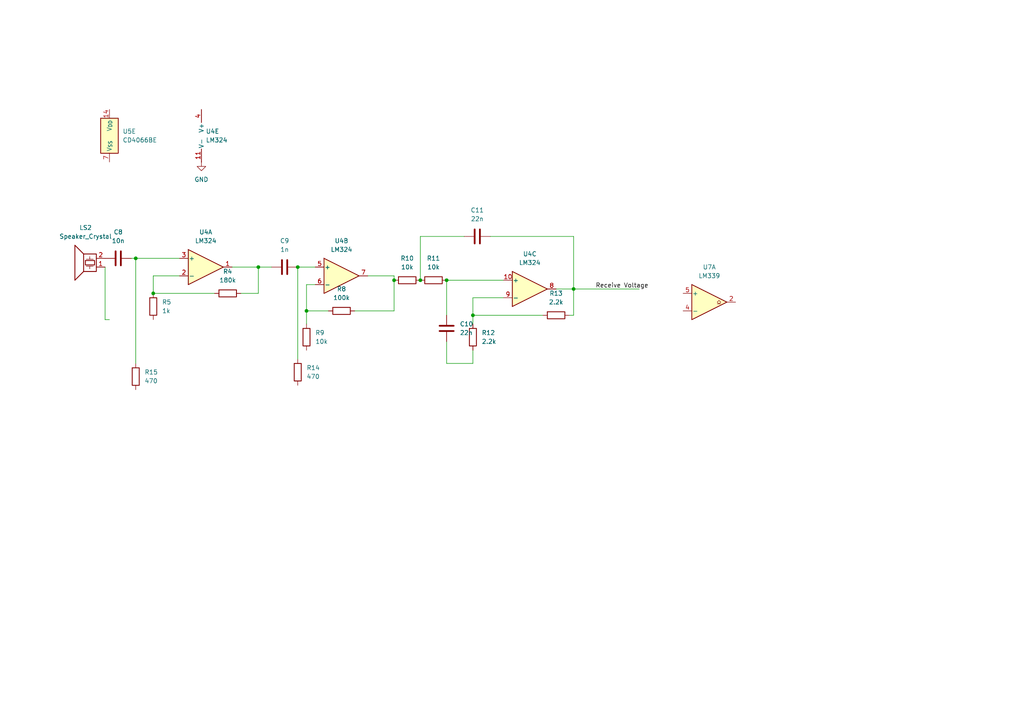
<source format=kicad_sch>
(kicad_sch (version 20231120) (generator "eeschema") (generator_version "8.0")
  (paper "A4")
  (title_block (title "ECSE 471 Lab 14") (date "2025-04-24") (company "CWRU") (comment 1 "Drawn By T.Cowles"))
  (lib_symbols
    (symbol "Amplifier_Operational:LM324" (pin_names (offset 0.127))
      (property "Reference" "U" (at 0 5.08 0))
      (property "Value" "LM324" (at 0 -5.08 0))
      (symbol "LM324_1_1"
        (polyline (pts (xy -5.08 5.08) (xy 5.08 0) (xy -5.08 -5.08) (xy -5.08 5.08)) (stroke (width 0.254)) (fill (type background)))
        (pin output line (at 7.62 0 180) (length 2.54) (name "~") (number "1"))
        (pin input line (at -7.62 -2.54 0) (length 2.54) (name "-") (number "2"))
        (pin input line (at -7.62 2.54 0) (length 2.54) (name "+") (number "3"))
      )
      (symbol "LM324_2_1"
        (polyline (pts (xy -5.08 5.08) (xy 5.08 0) (xy -5.08 -5.08) (xy -5.08 5.08)) (stroke (width 0.254)) (fill (type background)))
        (pin input line (at -7.62 2.54 0) (length 2.54) (name "+") (number "5"))
        (pin input line (at -7.62 -2.54 0) (length 2.54) (name "-") (number "6"))
        (pin output line (at 7.62 0 180) (length 2.54) (name "~") (number "7"))
      )
      (symbol "LM324_3_1"
        (polyline (pts (xy -5.08 5.08) (xy 5.08 0) (xy -5.08 -5.08) (xy -5.08 5.08)) (stroke (width 0.254)) (fill (type background)))
        (pin input line (at -7.62 2.54 0) (length 2.54) (name "+") (number "10"))
        (pin output line (at 7.62 0 180) (length 2.54) (name "~") (number "8"))
        (pin input line (at -7.62 -2.54 0) (length 2.54) (name "-") (number "9"))
      )
      (symbol "LM324_4_1"
        (polyline (pts (xy -5.08 5.08) (xy 5.08 0) (xy -5.08 -5.08) (xy -5.08 5.08)) (stroke (width 0.254)) (fill (type background)))
        (pin input line (at -7.62 2.54 0) (length 2.54) (name "+") (number "12"))
        (pin input line (at -7.62 -2.54 0) (length 2.54) (name "-") (number "13"))
        (pin output line (at 7.62 0 180) (length 2.54) (name "~") (number "14"))
      )
      (symbol "LM324_5_1"
        (pin power_in line (at -2.54 -7.62 90) (length 3.81) (name "V-") (number "11"))
        (pin power_in line (at -2.54 7.62 270) (length 3.81) (name "V+") (number "4"))
      )
    )
    (symbol "Analog_Switch:CD4066BE"
      (property "Reference" "U" (at -5.08 3.81 0))
      (property "Value" "CD4066BE" (at 7.62 3.81 0))
      (symbol "CD4066BE_1_1"
        (rectangle (start -3.81 2.54) (end 3.81 -2.54) (stroke (width 0.254)) (fill (type background)))
        (circle (center -2.159 0) (radius 0.508) (stroke (width 0.254)))
        (polyline (pts (xy -5.08 0) (xy -2.794 0)))
        (polyline (pts (xy -2.54 0.762) (xy 2.54 1.778)) (stroke (width 0.254)))
        (polyline (pts (xy 0 -2.54) (xy 0 -2.032)))
        (polyline (pts (xy 0 -1.778) (xy 0 -1.524)))
        (polyline (pts (xy 0 -1.27) (xy 0 -1.016)))
        (polyline (pts (xy 0 -0.762) (xy 0 -0.508)))
        (polyline (pts (xy 0 -0.254) (xy 0 0)))
        (polyline (pts (xy 0 0.254) (xy 0 0.508)))
        (polyline (pts (xy 0 0.762) (xy 0 1.016)))
        (polyline (pts (xy 5.08 0) (xy 2.794 0)))
        (circle (center 2.159 0) (radius 0.508) (stroke (width 0.254)))
        (pin bidirectional line (at -7.62 0 0) (length 2.54) (name "~") (number "1"))
        (pin input line (at 0 -5.08 90) (length 2.54) (name "~") (number "13"))
        (pin bidirectional line (at 7.62 0 180) (length 2.54) (name "~") (number "2"))
      )
      (symbol "CD4066BE_2_1"
        (rectangle (start -3.81 2.54) (end 3.81 -2.54) (stroke (width 0.254)) (fill (type background)))
        (circle (center -2.159 0) (radius 0.508) (stroke (width 0.254)))
        (polyline (pts (xy -5.08 0) (xy -2.794 0)))
        (polyline (pts (xy -2.54 0.762) (xy 2.54 1.778)) (stroke (width 0.254)))
        (polyline (pts (xy 0 -2.54) (xy 0 -2.032)))
        (polyline (pts (xy 0 -1.778) (xy 0 -1.524)))
        (polyline (pts (xy 0 -1.27) (xy 0 -1.016)))
        (polyline (pts (xy 0 -0.762) (xy 0 -0.508)))
        (polyline (pts (xy 0 -0.254) (xy 0 0)))
        (polyline (pts (xy 0 0.254) (xy 0 0.508)))
        (polyline (pts (xy 0 0.762) (xy 0 1.016)))
        (polyline (pts (xy 5.08 0) (xy 2.794 0)))
        (circle (center 2.159 0) (radius 0.508) (stroke (width 0.254)))
        (pin bidirectional line (at 7.62 0 180) (length 2.54) (name "~") (number "3"))
        (pin bidirectional line (at -7.62 0 0) (length 2.54) (name "~") (number "4"))
        (pin input line (at 0 -5.08 90) (length 2.54) (name "~") (number "5"))
      )
      (symbol "CD4066BE_3_1"
        (rectangle (start -3.81 2.54) (end 3.81 -2.54) (stroke (width 0.254)) (fill (type background)))
        (circle (center -2.159 0) (radius 0.508) (stroke (width 0.254)))
        (polyline (pts (xy -5.08 0) (xy -2.794 0)))
        (polyline (pts (xy -2.54 0.762) (xy 2.54 1.778)) (stroke (width 0.254)))
        (polyline (pts (xy 0 -2.54) (xy 0 -2.032)))
        (polyline (pts (xy 0 -1.778) (xy 0 -1.524)))
        (polyline (pts (xy 0 -1.27) (xy 0 -1.016)))
        (polyline (pts (xy 0 -0.762) (xy 0 -0.508)))
        (polyline (pts (xy 0 -0.254) (xy 0 0)))
        (polyline (pts (xy 0 0.254) (xy 0 0.508)))
        (polyline (pts (xy 0 0.762) (xy 0 1.016)))
        (polyline (pts (xy 5.08 0) (xy 2.794 0)))
        (circle (center 2.159 0) (radius 0.508) (stroke (width 0.254)))
        (pin input line (at 0 -5.08 90) (length 2.54) (name "~") (number "6"))
        (pin bidirectional line (at -7.62 0 0) (length 2.54) (name "~") (number "8"))
        (pin bidirectional line (at 7.62 0 180) (length 2.54) (name "~") (number "9"))
      )
      (symbol "CD4066BE_4_1"
        (rectangle (start -3.81 2.54) (end 3.81 -2.54) (stroke (width 0.254)) (fill (type background)))
        (circle (center -2.159 0) (radius 0.508) (stroke (width 0.254)))
        (polyline (pts (xy -5.08 0) (xy -2.794 0)))
        (polyline (pts (xy -2.54 0.762) (xy 2.54 1.778)) (stroke (width 0.254)))
        (polyline (pts (xy 0 -2.54) (xy 0 -2.032)))
        (polyline (pts (xy 0 -1.778) (xy 0 -1.524)))
        (polyline (pts (xy 0 -1.27) (xy 0 -1.016)))
        (polyline (pts (xy 0 -0.762) (xy 0 -0.508)))
        (polyline (pts (xy 0 -0.254) (xy 0 0)))
        (polyline (pts (xy 0 0.254) (xy 0 0.508)))
        (polyline (pts (xy 0 0.762) (xy 0 1.016)))
        (polyline (pts (xy 5.08 0) (xy 2.794 0)))
        (circle (center 2.159 0) (radius 0.508) (stroke (width 0.254)))
        (pin bidirectional line (at 7.62 0 180) (length 2.54) (name "~") (number "10"))
        (pin bidirectional line (at -7.62 0 0) (length 2.54) (name "~") (number "11"))
        (pin input line (at 0 -5.08 90) (length 2.54) (name "~") (number "12"))
      )
      (symbol "CD4066BE_5_1"
        (rectangle (start -2.54 5.08) (end 2.54 -5.08) (stroke (width 0.254)) (fill (type background)))
        (pin power_in line (at 0 7.62 270) (length 2.54) (name "V_{DD}") (number "14"))
        (pin power_in line (at 0 -7.62 90) (length 2.54) (name "V_{SS}") (number "7"))
      )
    )
    (symbol "Comparator:LM339" (pin_names (offset 0.127))
      (property "Reference" "U" (at 0 5.08 0))
      (property "Value" "LM339" (at 0 -5.08 0))
      (symbol "LM339_1_1"
        (polyline (pts (xy -5.08 5.08) (xy 5.08 0) (xy -5.08 -5.08) (xy -5.08 5.08)) (stroke (width 0.254)) (fill (type background)))
        (polyline (pts (xy 3.302 -0.508) (xy 2.794 -0.508) (xy 3.302 0) (xy 2.794 0.508) (xy 2.286 0) (xy 2.794 -0.508) (xy 2.286 -0.508)) (stroke (width 0.127)))
        (pin open_collector line (at 7.62 0 180) (length 2.54) (name "~") (number "2"))
        (pin input line (at -7.62 -2.54 0) (length 2.54) (name "-") (number "4"))
        (pin input line (at -7.62 2.54 0) (length 2.54) (name "+") (number "5"))
      )
      (symbol "LM339_2_1"
        (polyline (pts (xy -5.08 5.08) (xy 5.08 0) (xy -5.08 -5.08) (xy -5.08 5.08)) (stroke (width 0.254)) (fill (type background)))
        (polyline (pts (xy 3.302 -0.508) (xy 2.794 -0.508) (xy 3.302 0) (xy 2.794 0.508) (xy 2.286 0) (xy 2.794 -0.508) (xy 2.286 -0.508)) (stroke (width 0.127)))
        (pin open_collector line (at 7.62 0 180) (length 2.54) (name "~") (number "1"))
        (pin input line (at -7.62 -2.54 0) (length 2.54) (name "-") (number "6"))
        (pin input line (at -7.62 2.54 0) (length 2.54) (name "+") (number "7"))
      )
      (symbol "LM339_3_1"
        (polyline (pts (xy -5.08 5.08) (xy 5.08 0) (xy -5.08 -5.08) (xy -5.08 5.08)) (stroke (width 0.254)) (fill (type background)))
        (polyline (pts (xy 3.302 -0.508) (xy 2.794 -0.508) (xy 3.302 0) (xy 2.794 0.508) (xy 2.286 0) (xy 2.794 -0.508) (xy 2.286 -0.508)) (stroke (width 0.127)))
        (pin input line (at -7.62 -2.54 0) (length 2.54) (name "-") (number "10"))
        (pin input line (at -7.62 2.54 0) (length 2.54) (name "+") (number "11"))
        (pin open_collector line (at 7.62 0 180) (length 2.54) (name "~") (number "13"))
      )
      (symbol "LM339_4_1"
        (polyline (pts (xy -5.08 5.08) (xy 5.08 0) (xy -5.08 -5.08) (xy -5.08 5.08)) (stroke (width 0.254)) (fill (type background)))
        (polyline (pts (xy 3.302 -0.508) (xy 2.794 -0.508) (xy 3.302 0) (xy 2.794 0.508) (xy 2.286 0) (xy 2.794 -0.508) (xy 2.286 -0.508)) (stroke (width 0.127)))
        (pin open_collector line (at 7.62 0 180) (length 2.54) (name "~") (number "14"))
        (pin input line (at -7.62 -2.54 0) (length 2.54) (name "-") (number "8"))
        (pin input line (at -7.62 2.54 0) (length 2.54) (name "+") (number "9"))
      )
      (symbol "LM339_5_1"
        (pin power_in line (at -2.54 -7.62 90) (length 3.81) (name "V-") (number "12"))
        (pin power_in line (at -2.54 7.62 270) (length 3.81) (name "V+") (number "3"))
      )
    )
    (symbol "Device:C" (pin_numbers hide) (pin_names (offset 0.254))
      (property "Reference" "C" (at 0.635 2.54 0))
      (property "Value" "C" (at 0.635 -2.54 0))
      (symbol "C_0_1"
        (polyline (pts (xy -2.032 -0.762) (xy 2.032 -0.762)) (stroke (width 0.508)))
        (polyline (pts (xy -2.032 0.762) (xy 2.032 0.762)) (stroke (width 0.508)))
      )
      (symbol "C_1_1"
        (pin passive line (at 0 3.81 270) (length 2.794) (name "~") (number "1"))
        (pin passive line (at 0 -3.81 90) (length 2.794) (name "~") (number "2"))
      )
    )
    (symbol "Device:D" (pin_numbers hide) (pin_names (offset 1.016) hide)
      (property "Reference" "D" (at 0 2.54 0))
      (property "Value" "D" (at 0 -2.54 0))
      (symbol "D_0_1"
        (polyline (pts (xy -1.27 1.27) (xy -1.27 -1.27)) (stroke (width 0.254)))
        (polyline (pts (xy 1.27 0) (xy -1.27 0)))
        (polyline (pts (xy 1.27 1.27) (xy 1.27 -1.27) (xy -1.27 0) (xy 1.27 1.27)) (stroke (width 0.254)))
      )
      (symbol "D_1_1"
        (pin passive line (at -3.81 0 0) (length 2.54) (name "K") (number "1"))
        (pin passive line (at 3.81 0 180) (length 2.54) (name "A") (number "2"))
      )
    )
    (symbol "Device:R" (pin_numbers hide) (pin_names (offset 0))
      (property "Reference" "R" (at 2.032 0 90))
      (property "Value" "R" (at 0 0 90))
      (symbol "R_0_1"
        (rectangle (start -1.016 -2.54) (end 1.016 2.54) (stroke (width 0.254)))
      )
      (symbol "R_1_1"
        (pin passive line (at 0 3.81 270) (length 1.27) (name "~") (number "1"))
        (pin passive line (at 0 -3.81 90) (length 1.27) (name "~") (number "2"))
      )
    )
    (symbol "Device:Speaker_Crystal" (pin_names (offset 0) hide)
      (property "Reference" "LS" (at 0.635 5.715 0))
      (property "Value" "Speaker_Crystal" (at 0.635 3.81 0))
      (symbol "Speaker_Crystal_0_0"
        (rectangle (start -2.54 1.27) (end 1.143 -3.81) (stroke (width 0.254)))
        (rectangle (start -2.032 -0.635) (end 0.635 -1.905) (stroke (width 0.254)))
        (polyline (pts (xy -1.651 -2.286) (xy 0.381 -2.286)))
        (polyline (pts (xy -1.651 -0.254) (xy 0.381 -0.254)))
        (polyline (pts (xy -0.635 -2.286) (xy -0.635 -3.048)))
        (polyline (pts (xy -0.635 -0.254) (xy -0.635 0.508)))
        (polyline (pts (xy 1.143 1.27) (xy 3.683 3.81) (xy 3.683 -6.35) (xy 1.143 -3.81)) (stroke (width 0.254)))
      )
      (symbol "Speaker_Crystal_1_1"
        (pin input line (at -5.08 0 0) (length 2.54) (name "1") (number "1"))
        (pin input line (at -5.08 -2.54 0) (length 2.54) (name "2") (number "2"))
      )
    )
    (symbol "dk_Transistors-Bipolar-BJT-Single:2N4401-AP" (pin_names (offset 0))
      (property "Reference" "Q" (at -3.81 3.81 0))
      (property "Value" "2N4401-AP" (at -11.43 -5.08 0))
      (symbol "2N4401-AP_0_1"
        (polyline (pts (xy -3.81 0) (xy -2.54 0)))
        (polyline (pts (xy -3.556 0) (xy 0 0)))
        (polyline (pts (xy 0 -1.27) (xy 2.54 -2.54)))
        (polyline (pts (xy 0 1.27) (xy 2.54 2.54)))
        (polyline (pts (xy 0 2.54) (xy 0 -2.54)))
        (polyline (pts (xy 1.524 -1.27) (xy 2.032 -2.286) (xy 1.016 -2.54) (xy 1.524 -1.27)) (fill (type outline)))
        (circle (center 0 0) (radius 3.5814) (fill (type background)))
      )
      (symbol "2N4401-AP_1_1"
        (pin input line (at 2.54 -7.62 90) (length 5.08) (name "E") (number "1"))
        (pin input line (at -8.89 0 0) (length 5.08) (name "B") (number "2"))
        (pin input line (at 2.54 7.62 270) (length 5.08) (name "C") (number "3"))
      )
    )
    (symbol "power:GND" (power) (pin_numbers hide) (pin_names (offset 0) hide)
      (property "Value" "GND" (at 0 -3.81 0))
      (symbol "GND_0_1"
        (polyline (pts (xy 0 0) (xy 0 -1.27) (xy 1.27 -1.27) (xy 0 -2.54) (xy -1.27 -1.27) (xy 0 -1.27)))
      )
      (symbol "GND_1_1"
        (pin power_in line (at 0 0 270) (length 0) (name "~") (number "1"))
      )
    )
  )
  (junction (at 39.37 74.93))
  (junction (at 129.54 81.28))
  (junction (at 417.83 71.12))
  (junction (at 88.9 90.17))
  (junction (at 121.92 81.28))
  (junction (at 166.37 83.82))
  (junction (at 86.36 77.47))
  (junction (at 44.45 85.09))
  (junction (at 137.16 91.44))
  (junction (at 74.93 77.47))
  (junction (at 114.3 81.28))
  (wire (pts (xy 433.07 90.17) (xy 433.07 78.74)))
  (wire (pts (xy 129.54 81.28) (xy 146.05 81.28)))
  (wire (pts (xy 137.16 91.44) (xy 137.16 93.98)))
  (wire (pts (xy 69.85 85.09) (xy 74.93 85.09)))
  (wire (pts (xy 417.83 90.17) (xy 433.07 90.17)))
  (wire (pts (xy 137.16 91.44) (xy 157.48 91.44)))
  (wire (pts (xy 38.1 74.93) (xy 39.37 74.93)))
  (wire (pts (xy 129.54 91.44) (xy 129.54 81.28)))
  (wire (pts (xy 114.3 80.01) (xy 114.3 81.28)))
  (wire (pts (xy 137.16 105.41) (xy 137.16 101.6)))
  (wire (pts (xy 417.83 71.12) (xy 421.64 71.12)))
  (wire (pts (xy 52.07 80.01) (xy 44.45 80.01)))
  (wire (pts (xy 39.37 105.41) (xy 39.37 74.93)))
  (wire (pts (xy 106.68 80.01) (xy 114.3 80.01)))
  (wire (pts (xy 166.37 68.58) (xy 166.37 83.82)))
  (wire (pts (xy 161.29 83.82) (xy 166.37 83.82)))
  (wire (pts (xy 166.37 83.82) (xy 185.42 83.82)))
  (wire (pts (xy 142.24 68.58) (xy 166.37 68.58)))
  (wire (pts (xy 39.37 74.93) (xy 52.07 74.93)))
  (wire (pts (xy 88.9 90.17) (xy 95.25 90.17)))
  (wire (pts (xy 67.31 77.47) (xy 74.93 77.47)))
  (wire (pts (xy 129.54 105.41) (xy 137.16 105.41)))
  (wire (pts (xy 86.36 77.47) (xy 91.44 77.47)))
  (wire (pts (xy 44.45 80.01) (xy 44.45 85.09)))
  (wire (pts (xy 146.05 86.36) (xy 137.16 86.36)))
  (wire (pts (xy 91.44 82.55) (xy 88.9 82.55)))
  (wire (pts (xy 88.9 82.55) (xy 88.9 90.17)))
  (wire (pts (xy 137.16 86.36) (xy 137.16 91.44)))
  (wire (pts (xy 121.92 68.58) (xy 134.62 68.58)))
  (wire (pts (xy 121.92 81.28) (xy 121.92 68.58)))
  (wire (pts (xy 30.48 77.47) (xy 30.48 92.71)))
  (wire (pts (xy 78.74 77.47) (xy 74.93 77.47)))
  (wire (pts (xy 86.36 104.14) (xy 86.36 77.47)))
  (wire (pts (xy 74.93 77.47) (xy 74.93 85.09)))
  (wire (pts (xy 88.9 90.17) (xy 88.9 93.98)))
  (wire (pts (xy 114.3 90.17) (xy 102.87 90.17)))
  (wire (pts (xy 417.83 86.36) (xy 417.83 90.17)))
  (wire (pts (xy 30.48 92.71) (xy 31.75 92.71)))
  (wire (pts (xy 166.37 91.44) (xy 166.37 83.82)))
  (wire (pts (xy 129.54 99.06) (xy 129.54 105.41)))
  (wire (pts (xy 114.3 81.28) (xy 114.3 90.17)))
  (wire (pts (xy 165.1 91.44) (xy 166.37 91.44)))
  (wire (pts (xy 44.45 85.09) (xy 62.23 85.09)))
  (label "Receive Voltage" (at 172.72 83.82 0))
  (symbol (lib_id "Device:C") (at 34.29 74.93 90) (unit 1)
    (property "Reference" "C8" (at 34.29 67.31 90))
    (property "Value" "10n" (at 34.29 69.85 90))
    (property "Description" "Unpolarized capacitor" (effects (hide yes)))
  )
  (symbol (lib_id "Analog_Switch:CD4066BE") (at 367.03 90.17 0) (unit 3)
    (property "Reference" "U5" (at 367.03 82.55 0))
    (property "Value" "CD4066BE" (at 367.03 85.09 0))
    (property "Footprint" "Package_DIP:DIP-14_W7.62mm" (effects (hide yes)))
    (property "Datasheet" "https://www.ti.com/lit/ds/symlink/cd4066b.pdf" (effects (hide yes)))
    (property "Description" "Quad 20V analog SPST 1:1 switch, DIP-14" (effects (hide yes)))
  )
  (symbol (lib_id "Device:R") (at 161.29 91.44 270) (unit 1)
    (property "Reference" "R13" (at 161.29 85.09 90))
    (property "Value" "2.2k" (at 161.29 87.63 90))
    (property "Description" "Resistor" (effects (hide yes)))
  )
  (symbol (lib_id "Device:R") (at 66.04 85.09 90) (unit 1)
    (property "Reference" "R4" (at 66.04 78.74 90))
    (property "Value" "180k" (at 66.04 81.28 90))
    (property "Description" "Resistor" (effects (hide yes)))
  )
  (symbol (lib_id "Device:R") (at 118.11 81.28 90) (unit 1)
    (property "Reference" "R10" (at 118.11 74.93 90))
    (property "Value" "10k" (at 118.11 77.47 90))
    (property "Description" "Resistor" (effects (hide yes)))
  )
  (symbol (lib_id "Device:R") (at 44.45 88.9 180) (unit 1)
    (property "Reference" "R5" (at 46.99 87.6299 0) (effects (justify right)))
    (property "Value" "1k" (at 46.99 90.1699 0) (effects (justify right)))
    (property "Description" "Resistor" (effects (hide yes)))
  )
  (symbol (lib_id "Amplifier_Operational:LM324") (at 59.69 77.47 0) (unit 1)
    (property "Reference" "U4" (at 59.69 67.31 0))
    (property "Value" "LM324" (at 59.69 69.85 0))
    (property "Datasheet" "http://www.ti.com/lit/ds/symlink/lm2902-n.pdf" (effects (hide yes)))
    (property "Description" "Low-Power, Quad-Operational Amplifiers, DIP-14/SOIC-14/SSOP-14" (effects (hide yes)))
  )
  (symbol (lib_id "Comparator:LM339") (at 391.16 132.08 0) (unit 5)
    (property "Reference" "U7" (at 389.89 130.8099 0) (effects (justify left)))
    (property "Value" "LM339" (at 389.89 133.3499 0) (effects (justify left)))
    (property "Datasheet" "https://www.st.com/resource/en/datasheet/lm139.pdf" (effects (hide yes)))
    (property "Description" "Quad Differential Comparators, SOIC-14/TSSOP-14" (effects (hide yes)))
  )
  (symbol (lib_id "Comparator:LM339") (at 363.22 146.05 0) (unit 4)
    (property "Reference" "U7" (at 363.22 135.89 0))
    (property "Value" "LM339" (at 363.22 138.43 0))
    (property "Datasheet" "https://www.st.com/resource/en/datasheet/lm139.pdf" (effects (hide yes)))
    (property "Description" "Quad Differential Comparators, SOIC-14/TSSOP-14" (effects (hide yes)))
  )
  (symbol (lib_id "Device:D") (at 417.83 74.93 90) (unit 1)
    (property "Reference" "D2" (at 415.29 76.2001 90) (effects (justify left)))
    (property "Value" "D" (at 415.29 73.6601 90) (effects (justify left)))
    (property "Description" "Diode" (effects (hide yes)))
    (property "Sim.Device" "D" (effects (hide yes)))
    (property "Sim.Pins" "1=K 2=A" (effects (hide yes)))
  )
  (symbol (lib_id "Amplifier_Operational:LM324") (at 153.67 83.82 0) (unit 3)
    (property "Reference" "U4" (at 153.67 73.66 0))
    (property "Value" "LM324" (at 153.67 76.2 0))
    (property "Datasheet" "http://www.ti.com/lit/ds/symlink/lm2902-n.pdf" (effects (hide yes)))
    (property "Description" "Low-Power, Quad-Operational Amplifiers, DIP-14/SOIC-14/SSOP-14" (effects (hide yes)))
  )
  (symbol (lib_id "Device:R") (at 86.36 107.95 180) (unit 1)
    (property "Reference" "R14" (at 88.9 106.6799 0) (effects (justify right)))
    (property "Value" "470" (at 88.9 109.2199 0) (effects (justify right)))
    (property "Description" "Resistor" (effects (hide yes)))
  )
  (symbol (lib_id "Device:C") (at 82.55 77.47 90) (unit 1)
    (property "Reference" "C9" (at 82.55 69.85 90))
    (property "Value" "1n" (at 82.55 72.39 90))
    (property "Description" "Unpolarized capacitor" (effects (hide yes)))
  )
  (symbol (lib_id "Amplifier_Operational:LM324") (at 99.06 80.01 0) (unit 2)
    (property "Reference" "U4" (at 99.06 69.85 0))
    (property "Value" "LM324" (at 99.06 72.39 0))
    (property "Datasheet" "http://www.ti.com/lit/ds/symlink/lm2902-n.pdf" (effects (hide yes)))
    (property "Description" "Low-Power, Quad-Operational Amplifiers, DIP-14/SOIC-14/SSOP-14" (effects (hide yes)))
  )
  (symbol (lib_id "Device:R") (at 88.9 97.79 180) (unit 1)
    (property "Reference" "R9" (at 91.44 96.5199 0) (effects (justify right)))
    (property "Value" "10k" (at 91.44 99.0599 0) (effects (justify right)))
    (property "Description" "Resistor" (effects (hide yes)))
  )
  (symbol (lib_id "Amplifier_Operational:LM324") (at 60.96 39.37 0) (unit 5)
    (property "Reference" "U4" (at 59.69 38.0999 0) (effects (justify left)))
    (property "Value" "LM324" (at 59.69 40.6399 0) (effects (justify left)))
    (property "Datasheet" "http://www.ti.com/lit/ds/symlink/lm2902-n.pdf" (effects (hide yes)))
    (property "Description" "Low-Power, Quad-Operational Amplifiers, DIP-14/SOIC-14/SSOP-14" (effects (hide yes)))
  )
  (symbol (lib_id "Amplifier_Operational:LM324") (at 322.58 76.2 0) (unit 4)
    (property "Reference" "U2" (at 322.58 66.04 0))
    (property "Value" "LM324" (at 322.58 68.58 0))
    (property "Datasheet" "http://www.ti.com/lit/ds/symlink/lm2902-n.pdf" (effects (hide yes)))
    (property "Description" "Low-Power, Quad-Operational Amplifiers, DIP-14/SOIC-14/SSOP-14" (effects (hide yes)))
  )
  (symbol (lib_id "Device:R") (at 39.37 109.22 180) (unit 1)
    (property "Reference" "R15" (at 41.91 107.9499 0) (effects (justify right)))
    (property "Value" "470" (at 41.91 110.4899 0) (effects (justify right)))
    (property "Description" "Resistor" (effects (hide yes)))
  )
  (symbol (lib_id "Analog_Switch:CD4066BE") (at 367.03 48.26 0) (unit 1)
    (property "Reference" "U5" (at 367.03 40.64 0))
    (property "Value" "CD4066BE" (at 367.03 43.18 0))
    (property "Footprint" "Package_DIP:DIP-14_W7.62mm" (effects (hide yes)))
    (property "Datasheet" "https://www.ti.com/lit/ds/symlink/cd4066b.pdf" (effects (hide yes)))
    (property "Description" "Quad 20V analog SPST 1:1 switch, DIP-14" (effects (hide yes)))
  )
  (symbol (lib_id "Device:C") (at 396.24 66.04 0) (unit 1)
    (property "Reference" "C4" (at 400.05 64.7699 0) (effects (justify left)))
    (property "Value" "C" (at 400.05 67.3099 0) (effects (justify left)))
    (property "Description" "Unpolarized capacitor" (effects (hide yes)))
  )
  (symbol (lib_id "Device:R") (at 137.16 97.79 180) (unit 1)
    (property "Reference" "R12" (at 139.7 96.5199 0) (effects (justify right)))
    (property "Value" "2.2k" (at 139.7 99.0599 0) (effects (justify right)))
    (property "Description" "Resistor" (effects (hide yes)))
  )
  (symbol (lib_id "Comparator:LM339") (at 325.12 133.35 0) (unit 2)
    (property "Reference" "U7" (at 325.12 123.19 0))
    (property "Value" "LM339" (at 325.12 125.73 0))
    (property "Datasheet" "https://www.st.com/resource/en/datasheet/lm139.pdf" (effects (hide yes)))
    (property "Description" "Quad Differential Comparators, SOIC-14/TSSOP-14" (effects (hide yes)))
  )
  (symbol (lib_id "Comparator:LM339") (at 205.74 87.63 0) (unit 1)
    (property "Reference" "U7" (at 205.74 77.47 0))
    (property "Value" "LM339" (at 205.74 80.01 0))
    (property "Datasheet" "https://www.st.com/resource/en/datasheet/lm139.pdf" (effects (hide yes)))
    (property "Description" "Quad Differential Comparators, SOIC-14/TSSOP-14" (effects (hide yes)))
  )
  (symbol (lib_id "power:GND") (at 58.42 46.99 0) (unit 1)
    (property "Reference" "#PWR08" (effects (hide yes)))
    (property "Value" "GND" (at 58.42 52.07 0))
    (property "Description" "Power symbol creates a global label with name \"GND\" , ground" (effects (hide yes)))
  )
  (symbol (lib_id "Device:C") (at 129.54 95.25 180) (unit 1)
    (property "Reference" "C10" (at 133.35 93.9799 0) (effects (justify right)))
    (property "Value" "22n" (at 133.35 96.5199 0) (effects (justify right)))
    (property "Description" "Unpolarized capacitor" (effects (hide yes)))
  )
  (symbol (lib_id "Analog_Switch:CD4066BE") (at 31.75 39.37 0) (unit 5)
    (property "Reference" "U5" (at 35.56 38.0999 0) (effects (justify left)))
    (property "Value" "CD4066BE" (at 35.56 40.6399 0) (effects (justify left)))
    (property "Footprint" "Package_DIP:DIP-14_W7.62mm" (effects (hide yes)))
    (property "Datasheet" "https://www.ti.com/lit/ds/symlink/cd4066b.pdf" (effects (hide yes)))
    (property "Description" "Quad 20V analog SPST 1:1 switch, DIP-14" (effects (hide yes)))
  )
  (symbol (lib_id "Comparator:LM339") (at 326.39 152.4 0) (unit 3)
    (property "Reference" "U7" (at 326.39 142.24 0))
    (property "Value" "LM339" (at 326.39 144.78 0))
    (property "Datasheet" "https://www.st.com/resource/en/datasheet/lm139.pdf" (effects (hide yes)))
    (property "Description" "Quad Differential Comparators, SOIC-14/TSSOP-14" (effects (hide yes)))
  )
  (symbol (lib_id "dk_Transistors-Bipolar-BJT-Single:2N4401-AP") (at 430.53 71.12 0) (unit 1)
    (property "Reference" "Q1" (at 435.61 69.8499 0) (effects (font (size 1.524 1.524)) (justify left)))
    (property "Value" "2N4401-AP" (at 435.61 72.3899 0) (effects (font (size 1.524 1.524)) (justify left)))
    (property "Footprint" "digikey-footprints:TO-92-3_Formed_Leads" (effects (hide yes)))
    (property "Datasheet" "https://www.mccsemi.com/pdf/Products/2N4401(TO-92).pdf" (effects (hide yes)))
    (property "Description" "TRANS NPN 40V TO92" (effects (hide yes)))
    (property "MPN" "2N4401-AP" (effects (hide yes)))
    (property "Category" "Discrete Semiconductor Products" (effects (hide yes)))
    (property "Family" "Transistors - Bipolar (BJT) - Single" (effects (hide yes)))
    (property "DK_Datasheet_Link" "https://www.mccsemi.com/pdf/Products/2N4401(TO-92).pdf" (effects (hide yes)))
    (property "DK_Detail_Page" "/product-detail/en/micro-commercial-co/2N4401-AP/2N4401-APCT-ND/950593" (effects (hide yes)))
    (property "Description_1" "TRANS NPN 40V TO92" (effects (hide yes)))
    (property "Manufacturer" "Micro Commercial Co" (effects (hide yes)))
    (property "Status" "Active" (effects (hide yes)))
  )
  (symbol (lib_id "Device:C") (at 138.43 68.58 90) (unit 1)
    (property "Reference" "C11" (at 138.43 60.96 90))
    (property "Value" "22n" (at 138.43 63.5 90))
    (property "Description" "Unpolarized capacitor" (effects (hide yes)))
  )
  (symbol (lib_id "Device:R") (at 125.73 81.28 90) (unit 1)
    (property "Reference" "R11" (at 125.73 74.93 90))
    (property "Value" "10k" (at 125.73 77.47 90))
    (property "Description" "Resistor" (effects (hide yes)))
  )
  (symbol (lib_id "Analog_Switch:CD4066BE") (at 367.03 67.31 0) (unit 2)
    (property "Reference" "U5" (at 367.03 59.69 0))
    (property "Value" "CD4066BE" (at 367.03 62.23 0))
    (property "Footprint" "Package_DIP:DIP-14_W7.62mm" (effects (hide yes)))
    (property "Datasheet" "https://www.ti.com/lit/ds/symlink/cd4066b.pdf" (effects (hide yes)))
    (property "Description" "Quad 20V analog SPST 1:1 switch, DIP-14" (effects (hide yes)))
  )
  (symbol (lib_id "Analog_Switch:CD4066BE") (at 368.3 113.03 0) (unit 4)
    (property "Reference" "U5" (at 368.3 105.41 0))
    (property "Value" "CD4066BE" (at 368.3 107.95 0))
    (property "Footprint" "Package_DIP:DIP-14_W7.62mm" (effects (hide yes)))
    (property "Datasheet" "https://www.ti.com/lit/ds/symlink/cd4066b.pdf" (effects (hide yes)))
    (property "Description" "Quad 20V analog SPST 1:1 switch, DIP-14" (effects (hide yes)))
  )
  (symbol (lib_id "Device:Speaker_Crystal") (at 25.4 77.47 180) (unit 1)
    (property "Reference" "LS2" (at 24.8285 66.04 0))
    (property "Value" "Speaker_Crystal" (at 24.8285 68.58 0))
    (property "Description" "Crystal speaker/transducer" (effects (hide yes)))
  )
  (symbol (lib_id "Device:R") (at 99.06 90.17 90) (unit 1)
    (property "Reference" "R8" (at 99.06 83.82 90))
    (property "Value" "100k" (at 99.06 86.36 90))
    (property "Description" "Resistor" (effects (hide yes)))
  )
  (symbol (lib_id "Device:R") (at 417.83 67.31 180) (unit 1)
    (property "Reference" "R3" (at 420.37 66.0399 0) (effects (justify right)))
    (property "Value" "R" (at 420.37 68.5799 0) (effects (justify right)))
    (property "Description" "Resistor" (effects (hide yes)))
  )
  (symbol (lib_id "Device:D") (at 417.83 82.55 90) (unit 1)
    (property "Reference" "D1" (at 415.29 83.8201 90) (effects (justify left)))
    (property "Value" "D" (at 415.29 81.2801 90) (effects (justify left)))
    (property "Description" "Diode" (effects (hide yes)))
    (property "Sim.Device" "D" (effects (hide yes)))
    (property "Sim.Pins" "1=K 2=A" (effects (hide yes)))
  )
)
</source>
